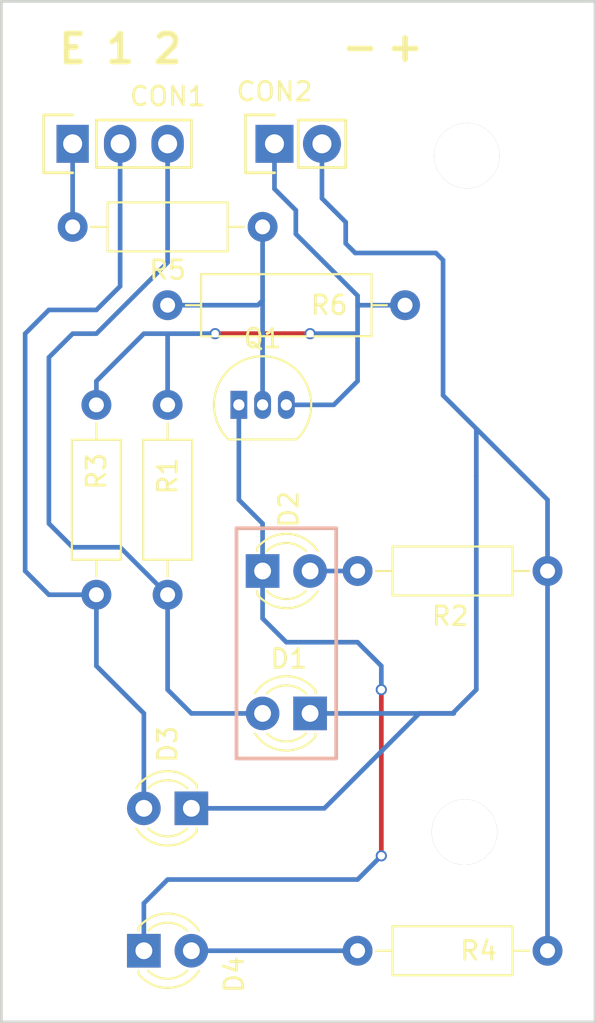
<source format=kicad_pcb>
(kicad_pcb (version 4) (host pcbnew 4.0.5-e0-6337~49~ubuntu16.04.1)

  (general
    (links 19)
    (no_connects 0)
    (area 152.324999 78.664999 185.420572 133.425001)
    (thickness 1.6)
    (drawings 14)
    (tracks 82)
    (zones 0)
    (modules 15)
    (nets 10)
  )

  (page A4)
  (layers
    (0 F.Cu signal)
    (31 B.Cu signal)
    (32 B.Adhes user)
    (33 F.Adhes user)
    (34 B.Paste user)
    (35 F.Paste user)
    (36 B.SilkS user)
    (37 F.SilkS user)
    (38 B.Mask user)
    (39 F.Mask user)
    (40 Dwgs.User user)
    (41 Cmts.User user)
    (42 Eco1.User user)
    (43 Eco2.User user)
    (44 Edge.Cuts user)
    (45 Margin user)
    (46 B.CrtYd user)
    (47 F.CrtYd user)
    (48 B.Fab user)
    (49 F.Fab user)
  )

  (setup
    (last_trace_width 0.25)
    (trace_clearance 0.2)
    (zone_clearance 0.508)
    (zone_45_only no)
    (trace_min 0.2)
    (segment_width 0.2)
    (edge_width 0.15)
    (via_size 0.6)
    (via_drill 0.4)
    (via_min_size 0.4)
    (via_min_drill 0.3)
    (uvia_size 0.3)
    (uvia_drill 0.1)
    (uvias_allowed no)
    (uvia_min_size 0.2)
    (uvia_min_drill 0.1)
    (pcb_text_width 0.3)
    (pcb_text_size 1.5 1.5)
    (mod_edge_width 0.15)
    (mod_text_size 1 1)
    (mod_text_width 0.15)
    (pad_size 3.5 3.5)
    (pad_drill 3.5)
    (pad_to_mask_clearance 0.2)
    (aux_axis_origin 203.2 123.19)
    (visible_elements FFFFFF7F)
    (pcbplotparams
      (layerselection 0x01030_80000001)
      (usegerberextensions false)
      (excludeedgelayer true)
      (linewidth 0.250000)
      (plotframeref false)
      (viasonmask false)
      (mode 1)
      (useauxorigin false)
      (hpglpennumber 1)
      (hpglpenspeed 20)
      (hpglpendiameter 15)
      (hpglpenoverlay 2)
      (psnegative false)
      (psa4output false)
      (plotreference true)
      (plotvalue true)
      (plotinvisibletext false)
      (padsonsilk false)
      (subtractmaskfromsilk false)
      (outputformat 4)
      (mirror true)
      (drillshape 2)
      (scaleselection 1)
      (outputdirectory ""))
  )

  (net 0 "")
  (net 1 "Net-(CON1-Pad1)")
  (net 2 "Net-(CON1-Pad2)")
  (net 3 "Net-(CON1-Pad3)")
  (net 4 "Net-(CON2-Pad1)")
  (net 5 "Net-(CON2-Pad2)")
  (net 6 "Net-(D2-Pad1)")
  (net 7 "Net-(D2-Pad2)")
  (net 8 "Net-(D4-Pad2)")
  (net 9 "Net-(Q1-Pad2)")

  (net_class Default "This is the default net class."
    (clearance 0.2)
    (trace_width 0.25)
    (via_dia 0.6)
    (via_drill 0.4)
    (uvia_dia 0.3)
    (uvia_drill 0.1)
    (add_net "Net-(CON1-Pad1)")
    (add_net "Net-(CON1-Pad2)")
    (add_net "Net-(CON1-Pad3)")
    (add_net "Net-(CON2-Pad1)")
    (add_net "Net-(CON2-Pad2)")
    (add_net "Net-(D2-Pad1)")
    (add_net "Net-(D2-Pad2)")
    (add_net "Net-(D4-Pad2)")
    (add_net "Net-(Q1-Pad2)")
  )

  (module Resistors_THT:R_Axial_DIN0207_L6.3mm_D2.5mm_P10.16mm_Horizontal (layer F.Cu) (tedit 5880ACE5) (tstamp 5880ABC5)
    (at 181.61 109.22 180)
    (descr "Resistor, Axial_DIN0207 series, Axial, Horizontal, pin pitch=10.16mm, 0.25W = 1/4W, length*diameter=6.3*2.5mm^2, http://cdn-reichelt.de/documents/datenblatt/B400/1_4W%23YAG.pdf")
    (tags "Resistor Axial_DIN0207 series Axial Horizontal pin pitch 10.16mm 0.25W = 1/4W length 6.3mm diameter 2.5mm")
    (path /58774D80)
    (fp_text reference R2 (at 5.207 -2.413 180) (layer F.SilkS)
      (effects (font (size 1 1) (thickness 0.15)))
    )
    (fp_text value 220 (at 6.223 0 180) (layer F.Fab)
      (effects (font (size 1 1) (thickness 0.15)))
    )
    (fp_line (start 1.93 -1.25) (end 1.93 1.25) (layer F.Fab) (width 0.1))
    (fp_line (start 1.93 1.25) (end 8.23 1.25) (layer F.Fab) (width 0.1))
    (fp_line (start 8.23 1.25) (end 8.23 -1.25) (layer F.Fab) (width 0.1))
    (fp_line (start 8.23 -1.25) (end 1.93 -1.25) (layer F.Fab) (width 0.1))
    (fp_line (start 0 0) (end 1.93 0) (layer F.Fab) (width 0.1))
    (fp_line (start 10.16 0) (end 8.23 0) (layer F.Fab) (width 0.1))
    (fp_line (start 1.87 -1.31) (end 1.87 1.31) (layer F.SilkS) (width 0.12))
    (fp_line (start 1.87 1.31) (end 8.29 1.31) (layer F.SilkS) (width 0.12))
    (fp_line (start 8.29 1.31) (end 8.29 -1.31) (layer F.SilkS) (width 0.12))
    (fp_line (start 8.29 -1.31) (end 1.87 -1.31) (layer F.SilkS) (width 0.12))
    (fp_line (start 0.98 0) (end 1.87 0) (layer F.SilkS) (width 0.12))
    (fp_line (start 9.18 0) (end 8.29 0) (layer F.SilkS) (width 0.12))
    (fp_line (start -1.05 -1.6) (end -1.05 1.6) (layer F.CrtYd) (width 0.05))
    (fp_line (start -1.05 1.6) (end 11.25 1.6) (layer F.CrtYd) (width 0.05))
    (fp_line (start 11.25 1.6) (end 11.25 -1.6) (layer F.CrtYd) (width 0.05))
    (fp_line (start 11.25 -1.6) (end -1.05 -1.6) (layer F.CrtYd) (width 0.05))
    (pad 1 thru_hole circle (at 0 0 180) (size 1.6 1.6) (drill 0.8) (layers *.Cu *.Mask)
      (net 5 "Net-(CON2-Pad2)"))
    (pad 2 thru_hole oval (at 10.16 0 180) (size 1.6 1.6) (drill 0.8) (layers *.Cu *.Mask)
      (net 7 "Net-(D2-Pad2)"))
    (model Resistors_ThroughHole.3dshapes/R_Axial_DIN0207_L6.3mm_D2.5mm_P10.16mm_Horizontal.wrl
      (at (xyz 0 0 0))
      (scale (xyz 0.393701 0.393701 0.393701))
      (rotate (xyz 0 0 0))
    )
  )

  (module Mounting_Holes:MountingHole_3.5mm (layer F.Cu) (tedit 5878B4D0) (tstamp 5878B3BB)
    (at 177.165 123.19)
    (descr "Mounting Hole 3.5mm, no annular")
    (tags "mounting hole 3.5mm no annular")
    (fp_text reference H1 (at 0 -4.5) (layer F.SilkS) hide
      (effects (font (size 1 1) (thickness 0.15)))
    )
    (fp_text value MountingHole_3.5mm (at 0 4.5) (layer F.Fab) hide
      (effects (font (size 1 1) (thickness 0.15)))
    )
    (fp_circle (center 0 0) (end 3.5 0) (layer Cmts.User) (width 0.15))
    (fp_circle (center 0 0) (end 3.75 0) (layer F.CrtYd) (width 0.05))
    (pad 1 thru_hole circle (at 0 0) (size 3.5 3.5) (drill 3.5) (layers *.Cu *.Mask Eco2.User))
  )

  (module Socket_Strips:Socket_Strip_Straight_1x03 (layer F.Cu) (tedit 5877A00D) (tstamp 58779ACF)
    (at 156.21 86.36)
    (descr "Through hole socket strip")
    (tags "socket strip")
    (path /5877505B)
    (fp_text reference CON1 (at 5.08 -2.54) (layer F.SilkS)
      (effects (font (size 1 1) (thickness 0.15)))
    )
    (fp_text value LOGIC (at 0 -2.54) (layer F.Fab)
      (effects (font (size 1 1) (thickness 0.15)))
    )
    (fp_line (start 0 -1.55) (end -1.55 -1.55) (layer F.SilkS) (width 0.15))
    (fp_line (start -1.55 -1.55) (end -1.55 1.55) (layer F.SilkS) (width 0.15))
    (fp_line (start -1.55 1.55) (end 0 1.55) (layer F.SilkS) (width 0.15))
    (fp_line (start -1.75 -1.75) (end -1.75 1.75) (layer F.CrtYd) (width 0.05))
    (fp_line (start 6.85 -1.75) (end 6.85 1.75) (layer F.CrtYd) (width 0.05))
    (fp_line (start -1.75 -1.75) (end 6.85 -1.75) (layer F.CrtYd) (width 0.05))
    (fp_line (start -1.75 1.75) (end 6.85 1.75) (layer F.CrtYd) (width 0.05))
    (fp_line (start 1.27 -1.27) (end 6.35 -1.27) (layer F.SilkS) (width 0.15))
    (fp_line (start 6.35 -1.27) (end 6.35 1.27) (layer F.SilkS) (width 0.15))
    (fp_line (start 6.35 1.27) (end 1.27 1.27) (layer F.SilkS) (width 0.15))
    (fp_line (start 1.27 1.27) (end 1.27 -1.27) (layer F.SilkS) (width 0.15))
    (pad 1 thru_hole rect (at 0 0) (size 1.7272 2.032) (drill 1.016) (layers *.Cu *.Mask)
      (net 1 "Net-(CON1-Pad1)"))
    (pad 2 thru_hole oval (at 2.54 0) (size 1.7272 2.032) (drill 1.016) (layers *.Cu *.Mask)
      (net 2 "Net-(CON1-Pad2)"))
    (pad 3 thru_hole oval (at 5.08 0) (size 1.7272 2.032) (drill 1.016) (layers *.Cu *.Mask)
      (net 3 "Net-(CON1-Pad3)"))
    (model Socket_Strips.3dshapes/Socket_Strip_Straight_1x03.wrl
      (at (xyz 0.1 0 0))
      (scale (xyz 1 1 1))
      (rotate (xyz 0 0 180))
    )
  )

  (module Socket_Strips:Socket_Strip_Straight_1x02 (layer F.Cu) (tedit 5880AD3F) (tstamp 58779AD5)
    (at 167.005 86.36)
    (descr "Through hole socket strip")
    (tags "socket strip")
    (path /587757F0)
    (fp_text reference CON2 (at 0 -2.794 180) (layer F.SilkS)
      (effects (font (size 1 1) (thickness 0.15)))
    )
    (fp_text value PWR (at -2.794 0 90) (layer F.Fab)
      (effects (font (size 1 1) (thickness 0.15)))
    )
    (fp_line (start -1.55 1.55) (end 0 1.55) (layer F.SilkS) (width 0.15))
    (fp_line (start 3.81 1.27) (end 1.27 1.27) (layer F.SilkS) (width 0.15))
    (fp_line (start -1.75 -1.75) (end -1.75 1.75) (layer F.CrtYd) (width 0.05))
    (fp_line (start 4.3 -1.75) (end 4.3 1.75) (layer F.CrtYd) (width 0.05))
    (fp_line (start -1.75 -1.75) (end 4.3 -1.75) (layer F.CrtYd) (width 0.05))
    (fp_line (start -1.75 1.75) (end 4.3 1.75) (layer F.CrtYd) (width 0.05))
    (fp_line (start 1.27 1.27) (end 1.27 -1.27) (layer F.SilkS) (width 0.15))
    (fp_line (start 0 -1.55) (end -1.55 -1.55) (layer F.SilkS) (width 0.15))
    (fp_line (start -1.55 -1.55) (end -1.55 1.55) (layer F.SilkS) (width 0.15))
    (fp_line (start 1.27 -1.27) (end 3.81 -1.27) (layer F.SilkS) (width 0.15))
    (fp_line (start 3.81 -1.27) (end 3.81 1.27) (layer F.SilkS) (width 0.15))
    (pad 1 thru_hole rect (at 0 0) (size 2.032 2.032) (drill 1.016) (layers *.Cu *.Mask)
      (net 4 "Net-(CON2-Pad1)"))
    (pad 2 thru_hole oval (at 2.54 0) (size 2.032 2.032) (drill 1.016) (layers *.Cu *.Mask)
      (net 5 "Net-(CON2-Pad2)"))
    (model Socket_Strips.3dshapes/Socket_Strip_Straight_1x02.wrl
      (at (xyz 0.05 0 0))
      (scale (xyz 1 1 1))
      (rotate (xyz 0 0 180))
    )
  )

  (module TO_SOT_Packages_THT:TO-92_Inline_Narrow_Oval (layer F.Cu) (tedit 58610929) (tstamp 58779AF4)
    (at 165.1 100.33)
    (descr "TO-92 leads in-line, narrow, oval pads, drill 0.6mm (see NXP sot054_po.pdf)")
    (tags "to-92 sc-43 sc-43a sot54 PA33 transistor")
    (path /58776C0D)
    (fp_text reference Q1 (at 1.27 -3.556) (layer F.SilkS)
      (effects (font (size 1 1) (thickness 0.15)))
    )
    (fp_text value BC547 (at 1.27 2.794) (layer F.Fab)
      (effects (font (size 1 1) (thickness 0.15)))
    )
    (fp_line (start -1.65 -2.9) (end 4.15 -2.9) (layer F.CrtYd) (width 0.05))
    (fp_line (start 4.15 -2.9) (end 4.15 2.2) (layer F.CrtYd) (width 0.05))
    (fp_line (start 4.15 2.2) (end -1.65 2.2) (layer F.CrtYd) (width 0.05))
    (fp_line (start -1.65 2.2) (end -1.65 -2.9) (layer F.CrtYd) (width 0.05))
    (fp_line (start -0.53 1.85) (end 3.07 1.85) (layer F.SilkS) (width 0.12))
    (fp_line (start -0.5 1.75) (end 3 1.75) (layer F.Fab) (width 0.1))
    (fp_arc (start 1.27 0) (end 1.27 -2.48) (angle 135) (layer F.Fab) (width 0.1))
    (fp_arc (start 1.27 0) (end 1.27 -2.6) (angle -135) (layer F.SilkS) (width 0.12))
    (fp_arc (start 1.27 0) (end 1.27 -2.48) (angle -135) (layer F.Fab) (width 0.1))
    (fp_arc (start 1.27 0) (end 1.27 -2.6) (angle 135) (layer F.SilkS) (width 0.12))
    (pad 2 thru_hole oval (at 1.27 0 180) (size 0.89916 1.50114) (drill 0.6) (layers *.Cu *.Mask)
      (net 9 "Net-(Q1-Pad2)"))
    (pad 3 thru_hole oval (at 2.54 0 180) (size 0.89916 1.50114) (drill 0.6) (layers *.Cu *.Mask)
      (net 4 "Net-(CON2-Pad1)"))
    (pad 1 thru_hole rect (at 0 0 180) (size 0.89916 1.50114) (drill 0.6) (layers *.Cu *.Mask)
      (net 6 "Net-(D2-Pad1)"))
    (model TO_SOT_Packages_THT.3dshapes/TO-92_Inline_Narrow_Oval.wrl
      (at (xyz 0.05 0 0))
      (scale (xyz 1 1 1))
      (rotate (xyz 0 0 -90))
    )
  )

  (module Mounting_Holes:MountingHole_3.5mm (layer F.Cu) (tedit 5878B472) (tstamp 5878B389)
    (at 177.292 86.995)
    (descr "Mounting Hole 3.5mm, no annular")
    (tags "mounting hole 3.5mm no annular")
    (fp_text reference H1 (at 0 -4.5) (layer F.SilkS) hide
      (effects (font (size 1 1) (thickness 0.15)))
    )
    (fp_text value MountingHole_3.5mm (at 0 4.5) (layer F.Fab) hide
      (effects (font (size 1 1) (thickness 0.15)))
    )
    (fp_circle (center 0 0) (end 3.5 0) (layer Cmts.User) (width 0.15))
    (fp_circle (center 0 0) (end 3.75 0) (layer F.CrtYd) (width 0.05))
    (pad 1 thru_hole circle (at 0 0) (size 3.5 3.5) (drill 3.5) (layers *.Cu *.Mask))
  )

  (module Resistors_THT:R_Axial_DIN0309_L9.0mm_D3.2mm_P12.70mm_Horizontal (layer F.Cu) (tedit 5880AD13) (tstamp 5880A872)
    (at 173.99 94.996 180)
    (descr "Resistor, Axial_DIN0309 series, Axial, Horizontal, pin pitch=12.7mm, 0.5W = 1/2W, length*diameter=9*3.2mm^2, http://cdn-reichelt.de/documents/datenblatt/B400/1_4W%23YAG.pdf")
    (tags "Resistor Axial_DIN0309 series Axial Horizontal pin pitch 12.7mm 0.5W = 1/2W length 9mm diameter 3.2mm")
    (path /5880A6FE)
    (fp_text reference R6 (at 4.064 0 180) (layer F.SilkS)
      (effects (font (size 1 1) (thickness 0.15)))
    )
    (fp_text value 1k (at 6.477 0 180) (layer F.Fab)
      (effects (font (size 1 1) (thickness 0.15)))
    )
    (fp_line (start 1.85 -1.6) (end 1.85 1.6) (layer F.Fab) (width 0.1))
    (fp_line (start 1.85 1.6) (end 10.85 1.6) (layer F.Fab) (width 0.1))
    (fp_line (start 10.85 1.6) (end 10.85 -1.6) (layer F.Fab) (width 0.1))
    (fp_line (start 10.85 -1.6) (end 1.85 -1.6) (layer F.Fab) (width 0.1))
    (fp_line (start 0 0) (end 1.85 0) (layer F.Fab) (width 0.1))
    (fp_line (start 12.7 0) (end 10.85 0) (layer F.Fab) (width 0.1))
    (fp_line (start 1.79 -1.66) (end 1.79 1.66) (layer F.SilkS) (width 0.12))
    (fp_line (start 1.79 1.66) (end 10.91 1.66) (layer F.SilkS) (width 0.12))
    (fp_line (start 10.91 1.66) (end 10.91 -1.66) (layer F.SilkS) (width 0.12))
    (fp_line (start 10.91 -1.66) (end 1.79 -1.66) (layer F.SilkS) (width 0.12))
    (fp_line (start 0.98 0) (end 1.79 0) (layer F.SilkS) (width 0.12))
    (fp_line (start 11.72 0) (end 10.91 0) (layer F.SilkS) (width 0.12))
    (fp_line (start -1.05 -1.95) (end -1.05 1.95) (layer F.CrtYd) (width 0.05))
    (fp_line (start -1.05 1.95) (end 13.75 1.95) (layer F.CrtYd) (width 0.05))
    (fp_line (start 13.75 1.95) (end 13.75 -1.95) (layer F.CrtYd) (width 0.05))
    (fp_line (start 13.75 -1.95) (end -1.05 -1.95) (layer F.CrtYd) (width 0.05))
    (pad 1 thru_hole circle (at 0 0 180) (size 1.6 1.6) (drill 0.8) (layers *.Cu *.Mask)
      (net 4 "Net-(CON2-Pad1)"))
    (pad 2 thru_hole oval (at 12.7 0 180) (size 1.6 1.6) (drill 0.8) (layers *.Cu *.Mask)
      (net 9 "Net-(Q1-Pad2)"))
    (model Resistors_ThroughHole.3dshapes/R_Axial_DIN0309_L9.0mm_D3.2mm_P12.70mm_Horizontal.wrl
      (at (xyz 0 0 0))
      (scale (xyz 0.393701 0.393701 0.393701))
      (rotate (xyz 0 0 0))
    )
  )

  (module LEDs:LED_D3.0mm (layer F.Cu) (tedit 5880ACC2) (tstamp 5880ABAC)
    (at 168.91 116.84 180)
    (descr "LED, diameter 3.0mm, 2 pins")
    (tags "LED diameter 3.0mm 2 pins")
    (path /58774D6E)
    (fp_text reference D1 (at 1.143 2.921 180) (layer F.SilkS)
      (effects (font (size 1 1) (thickness 0.15)))
    )
    (fp_text value D_Photo (at 1.27 -3.556 180) (layer F.Fab)
      (effects (font (size 1 1) (thickness 0.15)))
    )
    (fp_arc (start 1.27 0) (end -0.23 -1.16619) (angle 284.3) (layer F.Fab) (width 0.1))
    (fp_arc (start 1.27 0) (end -0.29 -1.235516) (angle 108.8) (layer F.SilkS) (width 0.12))
    (fp_arc (start 1.27 0) (end -0.29 1.235516) (angle -108.8) (layer F.SilkS) (width 0.12))
    (fp_arc (start 1.27 0) (end 0.229039 -1.08) (angle 87.9) (layer F.SilkS) (width 0.12))
    (fp_arc (start 1.27 0) (end 0.229039 1.08) (angle -87.9) (layer F.SilkS) (width 0.12))
    (fp_circle (center 1.27 0) (end 2.77 0) (layer F.Fab) (width 0.1))
    (fp_line (start -0.23 -1.16619) (end -0.23 1.16619) (layer F.Fab) (width 0.1))
    (fp_line (start -0.29 -1.236) (end -0.29 -1.08) (layer F.SilkS) (width 0.12))
    (fp_line (start -0.29 1.08) (end -0.29 1.236) (layer F.SilkS) (width 0.12))
    (fp_line (start -1.15 -2.25) (end -1.15 2.25) (layer F.CrtYd) (width 0.05))
    (fp_line (start -1.15 2.25) (end 3.7 2.25) (layer F.CrtYd) (width 0.05))
    (fp_line (start 3.7 2.25) (end 3.7 -2.25) (layer F.CrtYd) (width 0.05))
    (fp_line (start 3.7 -2.25) (end -1.15 -2.25) (layer F.CrtYd) (width 0.05))
    (pad 1 thru_hole rect (at 0 0 180) (size 1.8 1.8) (drill 0.9) (layers *.Cu *.Mask)
      (net 5 "Net-(CON2-Pad2)"))
    (pad 2 thru_hole circle (at 2.54 0 180) (size 1.8 1.8) (drill 0.9) (layers *.Cu *.Mask)
      (net 3 "Net-(CON1-Pad3)"))
    (model LEDs.3dshapes/LED_D3.0mm.wrl
      (at (xyz 0 0 0))
      (scale (xyz 0.393701 0.393701 0.393701))
      (rotate (xyz 0 0 0))
    )
  )

  (module LEDs:LED_D3.0mm (layer F.Cu) (tedit 5880ACC9) (tstamp 5880ABB1)
    (at 166.37 109.22)
    (descr "LED, diameter 3.0mm, 2 pins")
    (tags "LED diameter 3.0mm 2 pins")
    (path /58774D7A)
    (fp_text reference D2 (at 1.397 -3.302 90) (layer F.SilkS)
      (effects (font (size 1 1) (thickness 0.15)))
    )
    (fp_text value LED (at -2.286 -0.127 90) (layer F.Fab)
      (effects (font (size 1 1) (thickness 0.15)))
    )
    (fp_arc (start 1.27 0) (end -0.23 -1.16619) (angle 284.3) (layer F.Fab) (width 0.1))
    (fp_arc (start 1.27 0) (end -0.29 -1.235516) (angle 108.8) (layer F.SilkS) (width 0.12))
    (fp_arc (start 1.27 0) (end -0.29 1.235516) (angle -108.8) (layer F.SilkS) (width 0.12))
    (fp_arc (start 1.27 0) (end 0.229039 -1.08) (angle 87.9) (layer F.SilkS) (width 0.12))
    (fp_arc (start 1.27 0) (end 0.229039 1.08) (angle -87.9) (layer F.SilkS) (width 0.12))
    (fp_circle (center 1.27 0) (end 2.77 0) (layer F.Fab) (width 0.1))
    (fp_line (start -0.23 -1.16619) (end -0.23 1.16619) (layer F.Fab) (width 0.1))
    (fp_line (start -0.29 -1.236) (end -0.29 -1.08) (layer F.SilkS) (width 0.12))
    (fp_line (start -0.29 1.08) (end -0.29 1.236) (layer F.SilkS) (width 0.12))
    (fp_line (start -1.15 -2.25) (end -1.15 2.25) (layer F.CrtYd) (width 0.05))
    (fp_line (start -1.15 2.25) (end 3.7 2.25) (layer F.CrtYd) (width 0.05))
    (fp_line (start 3.7 2.25) (end 3.7 -2.25) (layer F.CrtYd) (width 0.05))
    (fp_line (start 3.7 -2.25) (end -1.15 -2.25) (layer F.CrtYd) (width 0.05))
    (pad 1 thru_hole rect (at 0 0) (size 1.8 1.8) (drill 0.9) (layers *.Cu *.Mask)
      (net 6 "Net-(D2-Pad1)"))
    (pad 2 thru_hole circle (at 2.54 0) (size 1.8 1.8) (drill 0.9) (layers *.Cu *.Mask)
      (net 7 "Net-(D2-Pad2)"))
    (model LEDs.3dshapes/LED_D3.0mm.wrl
      (at (xyz 0 0 0))
      (scale (xyz 0.393701 0.393701 0.393701))
      (rotate (xyz 0 0 0))
    )
  )

  (module LEDs:LED_D3.0mm (layer F.Cu) (tedit 5880ACA4) (tstamp 5880ABB6)
    (at 162.56 121.92 180)
    (descr "LED, diameter 3.0mm, 2 pins")
    (tags "LED diameter 3.0mm 2 pins")
    (path /58773BF9)
    (fp_text reference D3 (at 1.27 3.429 270) (layer F.SilkS)
      (effects (font (size 1 1) (thickness 0.15)))
    )
    (fp_text value D_Photo (at 4.699 0.254 270) (layer F.Fab)
      (effects (font (size 1 1) (thickness 0.15)))
    )
    (fp_arc (start 1.27 0) (end -0.23 -1.16619) (angle 284.3) (layer F.Fab) (width 0.1))
    (fp_arc (start 1.27 0) (end -0.29 -1.235516) (angle 108.8) (layer F.SilkS) (width 0.12))
    (fp_arc (start 1.27 0) (end -0.29 1.235516) (angle -108.8) (layer F.SilkS) (width 0.12))
    (fp_arc (start 1.27 0) (end 0.229039 -1.08) (angle 87.9) (layer F.SilkS) (width 0.12))
    (fp_arc (start 1.27 0) (end 0.229039 1.08) (angle -87.9) (layer F.SilkS) (width 0.12))
    (fp_circle (center 1.27 0) (end 2.77 0) (layer F.Fab) (width 0.1))
    (fp_line (start -0.23 -1.16619) (end -0.23 1.16619) (layer F.Fab) (width 0.1))
    (fp_line (start -0.29 -1.236) (end -0.29 -1.08) (layer F.SilkS) (width 0.12))
    (fp_line (start -0.29 1.08) (end -0.29 1.236) (layer F.SilkS) (width 0.12))
    (fp_line (start -1.15 -2.25) (end -1.15 2.25) (layer F.CrtYd) (width 0.05))
    (fp_line (start -1.15 2.25) (end 3.7 2.25) (layer F.CrtYd) (width 0.05))
    (fp_line (start 3.7 2.25) (end 3.7 -2.25) (layer F.CrtYd) (width 0.05))
    (fp_line (start 3.7 -2.25) (end -1.15 -2.25) (layer F.CrtYd) (width 0.05))
    (pad 1 thru_hole rect (at 0 0 180) (size 1.8 1.8) (drill 0.9) (layers *.Cu *.Mask)
      (net 5 "Net-(CON2-Pad2)"))
    (pad 2 thru_hole circle (at 2.54 0 180) (size 1.8 1.8) (drill 0.9) (layers *.Cu *.Mask)
      (net 2 "Net-(CON1-Pad2)"))
    (model LEDs.3dshapes/LED_D3.0mm.wrl
      (at (xyz 0 0 0))
      (scale (xyz 0.393701 0.393701 0.393701))
      (rotate (xyz 0 0 0))
    )
  )

  (module LEDs:LED_D3.0mm (layer F.Cu) (tedit 5880ACB1) (tstamp 5880ABBB)
    (at 160.02 129.54)
    (descr "LED, diameter 3.0mm, 2 pins")
    (tags "LED diameter 3.0mm 2 pins")
    (path /58773DB7)
    (fp_text reference D4 (at 4.826 1.27 90) (layer F.SilkS)
      (effects (font (size 1 1) (thickness 0.15)))
    )
    (fp_text value LED (at -2.159 0 90) (layer F.Fab)
      (effects (font (size 1 1) (thickness 0.15)))
    )
    (fp_arc (start 1.27 0) (end -0.23 -1.16619) (angle 284.3) (layer F.Fab) (width 0.1))
    (fp_arc (start 1.27 0) (end -0.29 -1.235516) (angle 108.8) (layer F.SilkS) (width 0.12))
    (fp_arc (start 1.27 0) (end -0.29 1.235516) (angle -108.8) (layer F.SilkS) (width 0.12))
    (fp_arc (start 1.27 0) (end 0.229039 -1.08) (angle 87.9) (layer F.SilkS) (width 0.12))
    (fp_arc (start 1.27 0) (end 0.229039 1.08) (angle -87.9) (layer F.SilkS) (width 0.12))
    (fp_circle (center 1.27 0) (end 2.77 0) (layer F.Fab) (width 0.1))
    (fp_line (start -0.23 -1.16619) (end -0.23 1.16619) (layer F.Fab) (width 0.1))
    (fp_line (start -0.29 -1.236) (end -0.29 -1.08) (layer F.SilkS) (width 0.12))
    (fp_line (start -0.29 1.08) (end -0.29 1.236) (layer F.SilkS) (width 0.12))
    (fp_line (start -1.15 -2.25) (end -1.15 2.25) (layer F.CrtYd) (width 0.05))
    (fp_line (start -1.15 2.25) (end 3.7 2.25) (layer F.CrtYd) (width 0.05))
    (fp_line (start 3.7 2.25) (end 3.7 -2.25) (layer F.CrtYd) (width 0.05))
    (fp_line (start 3.7 -2.25) (end -1.15 -2.25) (layer F.CrtYd) (width 0.05))
    (pad 1 thru_hole rect (at 0 0) (size 1.8 1.8) (drill 0.9) (layers *.Cu *.Mask)
      (net 6 "Net-(D2-Pad1)"))
    (pad 2 thru_hole circle (at 2.54 0) (size 1.8 1.8) (drill 0.9) (layers *.Cu *.Mask)
      (net 8 "Net-(D4-Pad2)"))
    (model LEDs.3dshapes/LED_D3.0mm.wrl
      (at (xyz 0 0 0))
      (scale (xyz 0.393701 0.393701 0.393701))
      (rotate (xyz 0 0 0))
    )
  )

  (module Resistors_THT:R_Axial_DIN0207_L6.3mm_D2.5mm_P10.16mm_Horizontal (layer F.Cu) (tedit 5880AC93) (tstamp 5880ABC0)
    (at 161.29 110.49 90)
    (descr "Resistor, Axial_DIN0207 series, Axial, Horizontal, pin pitch=10.16mm, 0.25W = 1/4W, length*diameter=6.3*2.5mm^2, http://cdn-reichelt.de/documents/datenblatt/B400/1_4W%23YAG.pdf")
    (tags "Resistor Axial_DIN0207 series Axial Horizontal pin pitch 10.16mm 0.25W = 1/4W length 6.3mm diameter 2.5mm")
    (path /58774D8C)
    (fp_text reference R1 (at 6.35 0 90) (layer F.SilkS)
      (effects (font (size 1 1) (thickness 0.15)))
    )
    (fp_text value 1k (at 3.048 0 90) (layer F.Fab)
      (effects (font (size 1 1) (thickness 0.15)))
    )
    (fp_line (start 1.93 -1.25) (end 1.93 1.25) (layer F.Fab) (width 0.1))
    (fp_line (start 1.93 1.25) (end 8.23 1.25) (layer F.Fab) (width 0.1))
    (fp_line (start 8.23 1.25) (end 8.23 -1.25) (layer F.Fab) (width 0.1))
    (fp_line (start 8.23 -1.25) (end 1.93 -1.25) (layer F.Fab) (width 0.1))
    (fp_line (start 0 0) (end 1.93 0) (layer F.Fab) (width 0.1))
    (fp_line (start 10.16 0) (end 8.23 0) (layer F.Fab) (width 0.1))
    (fp_line (start 1.87 -1.31) (end 1.87 1.31) (layer F.SilkS) (width 0.12))
    (fp_line (start 1.87 1.31) (end 8.29 1.31) (layer F.SilkS) (width 0.12))
    (fp_line (start 8.29 1.31) (end 8.29 -1.31) (layer F.SilkS) (width 0.12))
    (fp_line (start 8.29 -1.31) (end 1.87 -1.31) (layer F.SilkS) (width 0.12))
    (fp_line (start 0.98 0) (end 1.87 0) (layer F.SilkS) (width 0.12))
    (fp_line (start 9.18 0) (end 8.29 0) (layer F.SilkS) (width 0.12))
    (fp_line (start -1.05 -1.6) (end -1.05 1.6) (layer F.CrtYd) (width 0.05))
    (fp_line (start -1.05 1.6) (end 11.25 1.6) (layer F.CrtYd) (width 0.05))
    (fp_line (start 11.25 1.6) (end 11.25 -1.6) (layer F.CrtYd) (width 0.05))
    (fp_line (start 11.25 -1.6) (end -1.05 -1.6) (layer F.CrtYd) (width 0.05))
    (pad 1 thru_hole circle (at 0 0 90) (size 1.6 1.6) (drill 0.8) (layers *.Cu *.Mask)
      (net 3 "Net-(CON1-Pad3)"))
    (pad 2 thru_hole oval (at 10.16 0 90) (size 1.6 1.6) (drill 0.8) (layers *.Cu *.Mask)
      (net 4 "Net-(CON2-Pad1)"))
    (model Resistors_ThroughHole.3dshapes/R_Axial_DIN0207_L6.3mm_D2.5mm_P10.16mm_Horizontal.wrl
      (at (xyz 0 0 0))
      (scale (xyz 0.393701 0.393701 0.393701))
      (rotate (xyz 0 0 0))
    )
  )

  (module Resistors_THT:R_Axial_DIN0207_L6.3mm_D2.5mm_P10.16mm_Horizontal (layer F.Cu) (tedit 5880AC95) (tstamp 5880ABCA)
    (at 157.48 110.49 90)
    (descr "Resistor, Axial_DIN0207 series, Axial, Horizontal, pin pitch=10.16mm, 0.25W = 1/4W, length*diameter=6.3*2.5mm^2, http://cdn-reichelt.de/documents/datenblatt/B400/1_4W%23YAG.pdf")
    (tags "Resistor Axial_DIN0207 series Axial Horizontal pin pitch 10.16mm 0.25W = 1/4W length 6.3mm diameter 2.5mm")
    (path /587744F8)
    (fp_text reference R3 (at 6.604 0 90) (layer F.SilkS)
      (effects (font (size 1 1) (thickness 0.15)))
    )
    (fp_text value 1k (at 3.81 0 90) (layer F.Fab)
      (effects (font (size 1 1) (thickness 0.15)))
    )
    (fp_line (start 1.93 -1.25) (end 1.93 1.25) (layer F.Fab) (width 0.1))
    (fp_line (start 1.93 1.25) (end 8.23 1.25) (layer F.Fab) (width 0.1))
    (fp_line (start 8.23 1.25) (end 8.23 -1.25) (layer F.Fab) (width 0.1))
    (fp_line (start 8.23 -1.25) (end 1.93 -1.25) (layer F.Fab) (width 0.1))
    (fp_line (start 0 0) (end 1.93 0) (layer F.Fab) (width 0.1))
    (fp_line (start 10.16 0) (end 8.23 0) (layer F.Fab) (width 0.1))
    (fp_line (start 1.87 -1.31) (end 1.87 1.31) (layer F.SilkS) (width 0.12))
    (fp_line (start 1.87 1.31) (end 8.29 1.31) (layer F.SilkS) (width 0.12))
    (fp_line (start 8.29 1.31) (end 8.29 -1.31) (layer F.SilkS) (width 0.12))
    (fp_line (start 8.29 -1.31) (end 1.87 -1.31) (layer F.SilkS) (width 0.12))
    (fp_line (start 0.98 0) (end 1.87 0) (layer F.SilkS) (width 0.12))
    (fp_line (start 9.18 0) (end 8.29 0) (layer F.SilkS) (width 0.12))
    (fp_line (start -1.05 -1.6) (end -1.05 1.6) (layer F.CrtYd) (width 0.05))
    (fp_line (start -1.05 1.6) (end 11.25 1.6) (layer F.CrtYd) (width 0.05))
    (fp_line (start 11.25 1.6) (end 11.25 -1.6) (layer F.CrtYd) (width 0.05))
    (fp_line (start 11.25 -1.6) (end -1.05 -1.6) (layer F.CrtYd) (width 0.05))
    (pad 1 thru_hole circle (at 0 0 90) (size 1.6 1.6) (drill 0.8) (layers *.Cu *.Mask)
      (net 2 "Net-(CON1-Pad2)"))
    (pad 2 thru_hole oval (at 10.16 0 90) (size 1.6 1.6) (drill 0.8) (layers *.Cu *.Mask)
      (net 4 "Net-(CON2-Pad1)"))
    (model Resistors_ThroughHole.3dshapes/R_Axial_DIN0207_L6.3mm_D2.5mm_P10.16mm_Horizontal.wrl
      (at (xyz 0 0 0))
      (scale (xyz 0.393701 0.393701 0.393701))
      (rotate (xyz 0 0 0))
    )
  )

  (module Resistors_THT:R_Axial_DIN0207_L6.3mm_D2.5mm_P10.16mm_Horizontal (layer F.Cu) (tedit 5880ACB7) (tstamp 5880ABCF)
    (at 181.61 129.54 180)
    (descr "Resistor, Axial_DIN0207 series, Axial, Horizontal, pin pitch=10.16mm, 0.25W = 1/4W, length*diameter=6.3*2.5mm^2, http://cdn-reichelt.de/documents/datenblatt/B400/1_4W%23YAG.pdf")
    (tags "Resistor Axial_DIN0207 series Axial Horizontal pin pitch 10.16mm 0.25W = 1/4W length 6.3mm diameter 2.5mm")
    (path /58773E4E)
    (fp_text reference R4 (at 3.683 0 180) (layer F.SilkS)
      (effects (font (size 1 1) (thickness 0.15)))
    )
    (fp_text value 220 (at 6.477 0 180) (layer F.Fab)
      (effects (font (size 1 1) (thickness 0.15)))
    )
    (fp_line (start 1.93 -1.25) (end 1.93 1.25) (layer F.Fab) (width 0.1))
    (fp_line (start 1.93 1.25) (end 8.23 1.25) (layer F.Fab) (width 0.1))
    (fp_line (start 8.23 1.25) (end 8.23 -1.25) (layer F.Fab) (width 0.1))
    (fp_line (start 8.23 -1.25) (end 1.93 -1.25) (layer F.Fab) (width 0.1))
    (fp_line (start 0 0) (end 1.93 0) (layer F.Fab) (width 0.1))
    (fp_line (start 10.16 0) (end 8.23 0) (layer F.Fab) (width 0.1))
    (fp_line (start 1.87 -1.31) (end 1.87 1.31) (layer F.SilkS) (width 0.12))
    (fp_line (start 1.87 1.31) (end 8.29 1.31) (layer F.SilkS) (width 0.12))
    (fp_line (start 8.29 1.31) (end 8.29 -1.31) (layer F.SilkS) (width 0.12))
    (fp_line (start 8.29 -1.31) (end 1.87 -1.31) (layer F.SilkS) (width 0.12))
    (fp_line (start 0.98 0) (end 1.87 0) (layer F.SilkS) (width 0.12))
    (fp_line (start 9.18 0) (end 8.29 0) (layer F.SilkS) (width 0.12))
    (fp_line (start -1.05 -1.6) (end -1.05 1.6) (layer F.CrtYd) (width 0.05))
    (fp_line (start -1.05 1.6) (end 11.25 1.6) (layer F.CrtYd) (width 0.05))
    (fp_line (start 11.25 1.6) (end 11.25 -1.6) (layer F.CrtYd) (width 0.05))
    (fp_line (start 11.25 -1.6) (end -1.05 -1.6) (layer F.CrtYd) (width 0.05))
    (pad 1 thru_hole circle (at 0 0 180) (size 1.6 1.6) (drill 0.8) (layers *.Cu *.Mask)
      (net 5 "Net-(CON2-Pad2)"))
    (pad 2 thru_hole oval (at 10.16 0 180) (size 1.6 1.6) (drill 0.8) (layers *.Cu *.Mask)
      (net 8 "Net-(D4-Pad2)"))
    (model Resistors_ThroughHole.3dshapes/R_Axial_DIN0207_L6.3mm_D2.5mm_P10.16mm_Horizontal.wrl
      (at (xyz 0 0 0))
      (scale (xyz 0.393701 0.393701 0.393701))
      (rotate (xyz 0 0 0))
    )
  )

  (module Resistors_THT:R_Axial_DIN0207_L6.3mm_D2.5mm_P10.16mm_Horizontal (layer F.Cu) (tedit 5874F706) (tstamp 5880ABD4)
    (at 166.37 90.805 180)
    (descr "Resistor, Axial_DIN0207 series, Axial, Horizontal, pin pitch=10.16mm, 0.25W = 1/4W, length*diameter=6.3*2.5mm^2, http://cdn-reichelt.de/documents/datenblatt/B400/1_4W%23YAG.pdf")
    (tags "Resistor Axial_DIN0207 series Axial Horizontal pin pitch 10.16mm 0.25W = 1/4W length 6.3mm diameter 2.5mm")
    (path /587748EF)
    (fp_text reference R5 (at 5.08 -2.31 180) (layer F.SilkS)
      (effects (font (size 1 1) (thickness 0.15)))
    )
    (fp_text value 10k (at 5.08 2.31 180) (layer F.Fab)
      (effects (font (size 1 1) (thickness 0.15)))
    )
    (fp_line (start 1.93 -1.25) (end 1.93 1.25) (layer F.Fab) (width 0.1))
    (fp_line (start 1.93 1.25) (end 8.23 1.25) (layer F.Fab) (width 0.1))
    (fp_line (start 8.23 1.25) (end 8.23 -1.25) (layer F.Fab) (width 0.1))
    (fp_line (start 8.23 -1.25) (end 1.93 -1.25) (layer F.Fab) (width 0.1))
    (fp_line (start 0 0) (end 1.93 0) (layer F.Fab) (width 0.1))
    (fp_line (start 10.16 0) (end 8.23 0) (layer F.Fab) (width 0.1))
    (fp_line (start 1.87 -1.31) (end 1.87 1.31) (layer F.SilkS) (width 0.12))
    (fp_line (start 1.87 1.31) (end 8.29 1.31) (layer F.SilkS) (width 0.12))
    (fp_line (start 8.29 1.31) (end 8.29 -1.31) (layer F.SilkS) (width 0.12))
    (fp_line (start 8.29 -1.31) (end 1.87 -1.31) (layer F.SilkS) (width 0.12))
    (fp_line (start 0.98 0) (end 1.87 0) (layer F.SilkS) (width 0.12))
    (fp_line (start 9.18 0) (end 8.29 0) (layer F.SilkS) (width 0.12))
    (fp_line (start -1.05 -1.6) (end -1.05 1.6) (layer F.CrtYd) (width 0.05))
    (fp_line (start -1.05 1.6) (end 11.25 1.6) (layer F.CrtYd) (width 0.05))
    (fp_line (start 11.25 1.6) (end 11.25 -1.6) (layer F.CrtYd) (width 0.05))
    (fp_line (start 11.25 -1.6) (end -1.05 -1.6) (layer F.CrtYd) (width 0.05))
    (pad 1 thru_hole circle (at 0 0 180) (size 1.6 1.6) (drill 0.8) (layers *.Cu *.Mask)
      (net 9 "Net-(Q1-Pad2)"))
    (pad 2 thru_hole oval (at 10.16 0 180) (size 1.6 1.6) (drill 0.8) (layers *.Cu *.Mask)
      (net 1 "Net-(CON1-Pad1)"))
    (model Resistors_ThroughHole.3dshapes/R_Axial_DIN0207_L6.3mm_D2.5mm_P10.16mm_Horizontal.wrl
      (at (xyz 0 0 0))
      (scale (xyz 0.393701 0.393701 0.393701))
      (rotate (xyz 0 0 0))
    )
  )

  (gr_line (start 164.973 106.934) (end 164.973 107.061) (angle 90) (layer B.SilkS) (width 0.2))
  (gr_line (start 170.307 106.934) (end 164.973 106.934) (angle 90) (layer B.SilkS) (width 0.2))
  (gr_line (start 170.307 119.253) (end 170.307 106.934) (angle 90) (layer B.SilkS) (width 0.2))
  (gr_line (start 164.973 119.253) (end 170.307 119.253) (angle 90) (layer B.SilkS) (width 0.2))
  (gr_line (start 164.973 106.934) (end 164.973 119.253) (angle 90) (layer B.SilkS) (width 0.2))
  (gr_line (start 152.4 133.35) (end 152.4 78.74) (angle 90) (layer Edge.Cuts) (width 0.15))
  (gr_line (start 184.15 133.35) (end 152.4 133.35) (angle 90) (layer Edge.Cuts) (width 0.15))
  (gr_line (start 184.15 78.74) (end 184.15 133.35) (angle 90) (layer Edge.Cuts) (width 0.15))
  (gr_line (start 152.4 78.74) (end 184.15 78.74) (angle 90) (layer Edge.Cuts) (width 0.15))
  (gr_text 2 (at 161.29 81.28) (layer F.SilkS)
    (effects (font (size 1.5 1.5) (thickness 0.3)))
  )
  (gr_text 1 (at 158.75 81.28) (layer F.SilkS)
    (effects (font (size 1.5 1.5) (thickness 0.3)))
  )
  (gr_text E (at 156.21 81.28) (layer F.SilkS)
    (effects (font (size 1.5 1.5) (thickness 0.3)))
  )
  (gr_text - (at 171.577 81.153) (layer F.SilkS)
    (effects (font (size 1.5 1.5) (thickness 0.3)))
  )
  (gr_text + (at 173.99 81.153) (layer F.SilkS)
    (effects (font (size 1.5 1.5) (thickness 0.3)))
  )

  (segment (start 156.21 86.36) (end 156.21 90.805) (width 0.25) (layer B.Cu) (net 1))
  (segment (start 157.48 110.49) (end 154.94 110.49) (width 0.25) (layer B.Cu) (net 2))
  (segment (start 158.75 93.98) (end 158.75 86.36) (width 0.25) (layer B.Cu) (net 2) (tstamp 5878AFCE))
  (segment (start 157.48 95.25) (end 158.75 93.98) (width 0.25) (layer B.Cu) (net 2) (tstamp 5878AFCC))
  (segment (start 154.94 95.25) (end 157.48 95.25) (width 0.25) (layer B.Cu) (net 2) (tstamp 5878AFCA))
  (segment (start 153.67 96.52) (end 154.94 95.25) (width 0.25) (layer B.Cu) (net 2) (tstamp 5878AFC8))
  (segment (start 153.67 109.22) (end 153.67 96.52) (width 0.25) (layer B.Cu) (net 2) (tstamp 5878AFC6))
  (segment (start 154.94 110.49) (end 153.67 109.22) (width 0.25) (layer B.Cu) (net 2) (tstamp 5878AFC3))
  (segment (start 160.02 121.92) (end 160.02 116.84) (width 0.25) (layer B.Cu) (net 2))
  (segment (start 157.48 114.3) (end 157.48 110.49) (width 0.25) (layer B.Cu) (net 2) (tstamp 5877A67B))
  (segment (start 160.02 116.84) (end 157.48 114.3) (width 0.25) (layer B.Cu) (net 2) (tstamp 5877A67A))
  (segment (start 161.29 110.49) (end 158.75 107.95) (width 0.25) (layer B.Cu) (net 3))
  (segment (start 161.29 92.71) (end 161.29 86.36) (width 0.25) (layer B.Cu) (net 3) (tstamp 5878AFE2))
  (segment (start 157.48 96.52) (end 161.29 92.71) (width 0.25) (layer B.Cu) (net 3) (tstamp 5878AFDE))
  (segment (start 156.21 96.52) (end 157.48 96.52) (width 0.25) (layer B.Cu) (net 3) (tstamp 5878AFDC))
  (segment (start 154.94 97.79) (end 156.21 96.52) (width 0.25) (layer B.Cu) (net 3) (tstamp 5878AFDA))
  (segment (start 154.94 106.68) (end 154.94 97.79) (width 0.25) (layer B.Cu) (net 3) (tstamp 5878AFD5))
  (segment (start 156.21 107.95) (end 154.94 106.68) (width 0.25) (layer B.Cu) (net 3) (tstamp 5878AFD4))
  (segment (start 158.75 107.95) (end 156.21 107.95) (width 0.25) (layer B.Cu) (net 3) (tstamp 5878AFD2))
  (segment (start 166.37 116.84) (end 162.56 116.84) (width 0.25) (layer B.Cu) (net 3))
  (segment (start 161.29 115.57) (end 161.29 110.49) (width 0.25) (layer B.Cu) (net 3) (tstamp 5877A5A7))
  (segment (start 162.56 116.84) (end 161.29 115.57) (width 0.25) (layer B.Cu) (net 3) (tstamp 5877A5A2))
  (segment (start 171.45 94.996) (end 171.45 94.488) (width 0.25) (layer B.Cu) (net 4))
  (segment (start 167.005 88.773) (end 167.005 86.36) (width 0.25) (layer B.Cu) (net 4) (tstamp 5880ADDA) (status 800000))
  (segment (start 168.148 89.916) (end 167.005 88.773) (width 0.25) (layer B.Cu) (net 4) (tstamp 5880ADD8))
  (segment (start 168.148 91.186) (end 168.148 89.916) (width 0.25) (layer B.Cu) (net 4) (tstamp 5880ADD6))
  (segment (start 171.45 94.488) (end 168.148 91.186) (width 0.25) (layer B.Cu) (net 4) (tstamp 5880ADD5))
  (segment (start 173.99 94.996) (end 171.45 94.996) (width 0.25) (layer B.Cu) (net 4))
  (segment (start 171.45 94.996) (end 171.45 95.123) (width 0.25) (layer B.Cu) (net 4) (tstamp 5880A8CD))
  (segment (start 161.29 100.33) (end 161.29 96.52) (width 0.25) (layer B.Cu) (net 4))
  (segment (start 157.48 100.33) (end 157.48 99.06) (width 0.25) (layer B.Cu) (net 4))
  (segment (start 168.91 96.52) (end 171.45 96.52) (width 0.25) (layer B.Cu) (net 4) (tstamp 5878AF0B))
  (via (at 168.91 96.52) (size 0.6) (drill 0.4) (layers F.Cu B.Cu) (net 4))
  (segment (start 163.83 96.52) (end 168.91 96.52) (width 0.25) (layer F.Cu) (net 4) (tstamp 5878AF08))
  (via (at 163.83 96.52) (size 0.6) (drill 0.4) (layers F.Cu B.Cu) (net 4))
  (segment (start 160.02 96.52) (end 161.29 96.52) (width 0.25) (layer B.Cu) (net 4) (tstamp 5878AF03))
  (segment (start 161.29 96.52) (end 163.83 96.52) (width 0.25) (layer B.Cu) (net 4) (tstamp 5878AF13))
  (segment (start 157.48 99.06) (end 160.02 96.52) (width 0.25) (layer B.Cu) (net 4) (tstamp 5878AEFF))
  (segment (start 167.64 100.33) (end 170.18 100.33) (width 0.25) (layer B.Cu) (net 4))
  (segment (start 171.45 99.06) (end 171.45 96.52) (width 0.25) (layer B.Cu) (net 4) (tstamp 5877A595))
  (segment (start 171.45 96.52) (end 171.45 95.123) (width 0.25) (layer B.Cu) (net 4) (tstamp 5878879B))
  (segment (start 170.18 100.33) (end 171.45 99.06) (width 0.25) (layer B.Cu) (net 4) (tstamp 5877A593))
  (segment (start 176.5935 116.84) (end 174.752 116.84) (width 0.25) (layer B.Cu) (net 5))
  (segment (start 169.672 121.92) (end 162.56 121.92) (width 0.25) (layer B.Cu) (net 5) (tstamp 5880ADEF) (status 800000))
  (segment (start 174.752 116.84) (end 169.672 121.92) (width 0.25) (layer B.Cu) (net 5) (tstamp 5880ADED))
  (segment (start 169.545 86.36) (end 169.545 89.281) (width 0.25) (layer B.Cu) (net 5) (status 400000))
  (segment (start 176.022 99.822) (end 177.8 101.6) (width 0.25) (layer B.Cu) (net 5) (tstamp 5880ADE5))
  (segment (start 176.022 92.583) (end 176.022 99.822) (width 0.25) (layer B.Cu) (net 5) (tstamp 5880ADE4))
  (segment (start 175.641 92.202) (end 176.022 92.583) (width 0.25) (layer B.Cu) (net 5) (tstamp 5880ADE3))
  (segment (start 171.323 92.202) (end 175.641 92.202) (width 0.25) (layer B.Cu) (net 5) (tstamp 5880ADE2))
  (segment (start 170.815 91.694) (end 171.323 92.202) (width 0.25) (layer B.Cu) (net 5) (tstamp 5880ADE1))
  (segment (start 170.815 90.551) (end 170.815 91.694) (width 0.25) (layer B.Cu) (net 5) (tstamp 5880ADDF))
  (segment (start 169.545 89.281) (end 170.815 90.551) (width 0.25) (layer B.Cu) (net 5) (tstamp 5880ADDE))
  (segment (start 168.91 116.84) (end 176.5935 116.84) (width 0.25) (layer B.Cu) (net 5))
  (segment (start 176.5935 116.84) (end 176.53 116.84) (width 0.25) (layer B.Cu) (net 5) (tstamp 5880ADEB))
  (segment (start 177.8 115.57) (end 177.8 104.14) (width 0.25) (layer B.Cu) (net 5) (tstamp 5877A64C))
  (segment (start 176.53 116.84) (end 177.8 115.57) (width 0.25) (layer B.Cu) (net 5) (tstamp 5877A64B))
  (segment (start 177.8 104.14) (end 177.8 101.6) (width 0.25) (layer B.Cu) (net 5) (tstamp 5877A647))
  (segment (start 181.61 105.41) (end 181.61 109.22) (width 0.25) (layer B.Cu) (net 5) (tstamp 5877A63B))
  (segment (start 177.8 101.6) (end 181.61 105.41) (width 0.25) (layer B.Cu) (net 5) (tstamp 5877A639))
  (segment (start 181.61 109.22) (end 181.61 129.54) (width 0.25) (layer B.Cu) (net 5) (tstamp 5877A63C))
  (segment (start 160.02 129.54) (end 160.02 127) (width 0.25) (layer B.Cu) (net 6))
  (segment (start 166.37 111.76) (end 166.37 109.22) (width 0.25) (layer B.Cu) (net 6) (tstamp 5878AFB7))
  (segment (start 167.64 113.03) (end 166.37 111.76) (width 0.25) (layer B.Cu) (net 6) (tstamp 5878AFB5))
  (segment (start 171.45 113.03) (end 167.64 113.03) (width 0.25) (layer B.Cu) (net 6) (tstamp 5878AFB3))
  (segment (start 172.72 114.3) (end 171.45 113.03) (width 0.25) (layer B.Cu) (net 6) (tstamp 5878AFB2))
  (segment (start 172.72 115.57) (end 172.72 114.3) (width 0.25) (layer B.Cu) (net 6) (tstamp 5878AFB1))
  (via (at 172.72 115.57) (size 0.6) (drill 0.4) (layers F.Cu B.Cu) (net 6))
  (segment (start 172.72 124.46) (end 172.72 115.57) (width 0.25) (layer F.Cu) (net 6) (tstamp 5878AFAE))
  (via (at 172.72 124.46) (size 0.6) (drill 0.4) (layers F.Cu B.Cu) (net 6))
  (segment (start 171.45 125.73) (end 172.72 124.46) (width 0.25) (layer B.Cu) (net 6) (tstamp 5878AFAA))
  (segment (start 161.29 125.73) (end 171.45 125.73) (width 0.25) (layer B.Cu) (net 6) (tstamp 5878AFA7))
  (segment (start 160.02 127) (end 161.29 125.73) (width 0.25) (layer B.Cu) (net 6) (tstamp 5878AF93))
  (segment (start 166.37 109.22) (end 166.37 106.68) (width 0.25) (layer B.Cu) (net 6))
  (segment (start 165.1 105.41) (end 165.1 100.33) (width 0.25) (layer B.Cu) (net 6) (tstamp 5878AF89))
  (segment (start 166.37 106.68) (end 165.1 105.41) (width 0.25) (layer B.Cu) (net 6) (tstamp 5878AF84))
  (segment (start 171.45 109.22) (end 168.91 109.22) (width 0.25) (layer B.Cu) (net 7))
  (segment (start 171.45 129.54) (end 162.56 129.54) (width 0.25) (layer B.Cu) (net 8))
  (segment (start 166.37 94.742) (end 166.37 100.33) (width 0.25) (layer B.Cu) (net 9))
  (segment (start 161.29 94.996) (end 166.116 94.996) (width 0.25) (layer B.Cu) (net 9))
  (segment (start 166.37 94.742) (end 166.37 90.805) (width 0.25) (layer B.Cu) (net 9) (tstamp 5880A8C1))
  (segment (start 166.116 94.996) (end 166.37 94.742) (width 0.25) (layer B.Cu) (net 9) (tstamp 5880A8BF))

)

</source>
